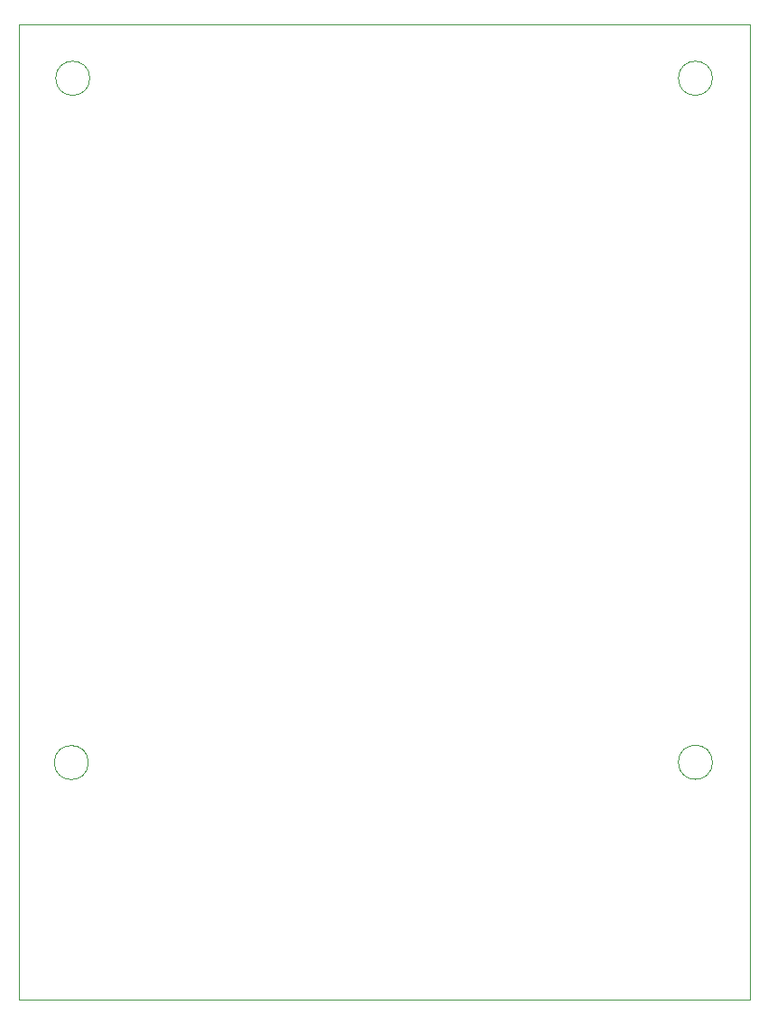
<source format=gm1>
%TF.GenerationSoftware,KiCad,Pcbnew,(5.1.12)-1*%
%TF.CreationDate,2021-11-26T16:49:32-08:00*%
%TF.ProjectId,VCO,56434f2e-6b69-4636-9164-5f7063625858,rev?*%
%TF.SameCoordinates,Original*%
%TF.FileFunction,Profile,NP*%
%FSLAX46Y46*%
G04 Gerber Fmt 4.6, Leading zero omitted, Abs format (unit mm)*
G04 Created by KiCad (PCBNEW (5.1.12)-1) date 2021-11-26 16:49:32*
%MOMM*%
%LPD*%
G01*
G04 APERTURE LIST*
%TA.AperFunction,Profile*%
%ADD10C,0.050000*%
%TD*%
G04 APERTURE END LIST*
D10*
X80340000Y-88265000D02*
G75*
G03*
X80340000Y-88265000I-1600000J0D01*
G01*
X21793000Y-88290400D02*
G75*
G03*
X21793000Y-88290400I-1600000J0D01*
G01*
X21920000Y-24130000D02*
G75*
G03*
X21920000Y-24130000I-1600000J0D01*
G01*
X80340000Y-24130000D02*
G75*
G03*
X80340000Y-24130000I-1600000J0D01*
G01*
X83820000Y-110490000D02*
X15240000Y-110490000D01*
X83820000Y-19050000D02*
X83820000Y-110490000D01*
X15240000Y-19050000D02*
X83820000Y-19050000D01*
X15240000Y-110490000D02*
X15240000Y-19050000D01*
M02*

</source>
